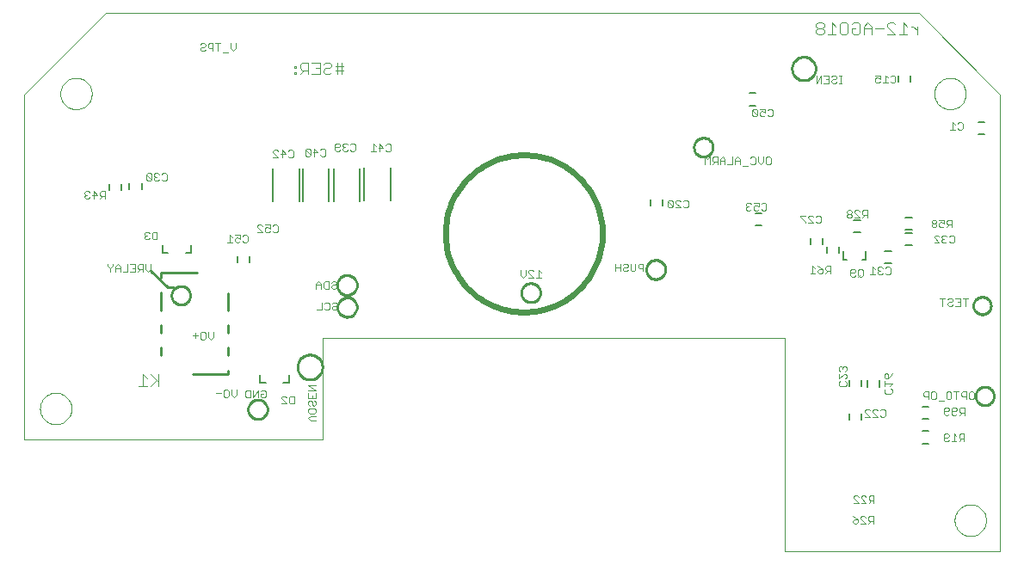
<source format=gbo>
G75*
G70*
%OFA0B0*%
%FSLAX24Y24*%
%IPPOS*%
%LPD*%
%AMOC8*
5,1,8,0,0,1.08239X$1,22.5*
%
%ADD10C,0.0000*%
%ADD11C,0.0040*%
%ADD12C,0.0030*%
%ADD13C,0.0100*%
%ADD14C,0.0240*%
%ADD15C,0.0060*%
%ADD16C,0.0080*%
D10*
X000180Y005173D02*
X011735Y005173D01*
X011735Y009110D01*
X029633Y009110D01*
X029633Y000843D01*
X037975Y000843D01*
X037975Y018559D01*
X034827Y021708D01*
X003329Y021708D01*
X000180Y018559D01*
X000180Y005173D01*
X000783Y006386D02*
X000785Y006435D01*
X000791Y006484D01*
X000801Y006532D01*
X000814Y006579D01*
X000832Y006625D01*
X000853Y006669D01*
X000877Y006712D01*
X000905Y006752D01*
X000936Y006791D01*
X000970Y006826D01*
X001007Y006859D01*
X001046Y006888D01*
X001088Y006914D01*
X001131Y006937D01*
X001177Y006956D01*
X001223Y006972D01*
X001271Y006984D01*
X001319Y006992D01*
X001368Y006996D01*
X001418Y006996D01*
X001467Y006992D01*
X001515Y006984D01*
X001563Y006972D01*
X001609Y006956D01*
X001655Y006937D01*
X001698Y006914D01*
X001740Y006888D01*
X001779Y006859D01*
X001816Y006826D01*
X001850Y006791D01*
X001881Y006752D01*
X001909Y006712D01*
X001933Y006669D01*
X001954Y006625D01*
X001972Y006579D01*
X001985Y006532D01*
X001995Y006484D01*
X002001Y006435D01*
X002003Y006386D01*
X002001Y006337D01*
X001995Y006288D01*
X001985Y006240D01*
X001972Y006193D01*
X001954Y006147D01*
X001933Y006103D01*
X001909Y006060D01*
X001881Y006020D01*
X001850Y005981D01*
X001816Y005946D01*
X001779Y005913D01*
X001740Y005884D01*
X001698Y005858D01*
X001655Y005835D01*
X001609Y005816D01*
X001563Y005800D01*
X001515Y005788D01*
X001467Y005780D01*
X001418Y005776D01*
X001368Y005776D01*
X001319Y005780D01*
X001271Y005788D01*
X001223Y005800D01*
X001177Y005816D01*
X001131Y005835D01*
X001088Y005858D01*
X001046Y005884D01*
X001007Y005913D01*
X000970Y005946D01*
X000936Y005981D01*
X000905Y006020D01*
X000877Y006060D01*
X000853Y006103D01*
X000832Y006147D01*
X000814Y006193D01*
X000801Y006240D01*
X000791Y006288D01*
X000785Y006337D01*
X000783Y006386D01*
X001570Y018591D02*
X001572Y018640D01*
X001578Y018689D01*
X001588Y018737D01*
X001601Y018784D01*
X001619Y018830D01*
X001640Y018874D01*
X001664Y018917D01*
X001692Y018957D01*
X001723Y018996D01*
X001757Y019031D01*
X001794Y019064D01*
X001833Y019093D01*
X001875Y019119D01*
X001918Y019142D01*
X001964Y019161D01*
X002010Y019177D01*
X002058Y019189D01*
X002106Y019197D01*
X002155Y019201D01*
X002205Y019201D01*
X002254Y019197D01*
X002302Y019189D01*
X002350Y019177D01*
X002396Y019161D01*
X002442Y019142D01*
X002485Y019119D01*
X002527Y019093D01*
X002566Y019064D01*
X002603Y019031D01*
X002637Y018996D01*
X002668Y018957D01*
X002696Y018917D01*
X002720Y018874D01*
X002741Y018830D01*
X002759Y018784D01*
X002772Y018737D01*
X002782Y018689D01*
X002788Y018640D01*
X002790Y018591D01*
X002788Y018542D01*
X002782Y018493D01*
X002772Y018445D01*
X002759Y018398D01*
X002741Y018352D01*
X002720Y018308D01*
X002696Y018265D01*
X002668Y018225D01*
X002637Y018186D01*
X002603Y018151D01*
X002566Y018118D01*
X002527Y018089D01*
X002485Y018063D01*
X002442Y018040D01*
X002396Y018021D01*
X002350Y018005D01*
X002302Y017993D01*
X002254Y017985D01*
X002205Y017981D01*
X002155Y017981D01*
X002106Y017985D01*
X002058Y017993D01*
X002010Y018005D01*
X001964Y018021D01*
X001918Y018040D01*
X001875Y018063D01*
X001833Y018089D01*
X001794Y018118D01*
X001757Y018151D01*
X001723Y018186D01*
X001692Y018225D01*
X001664Y018265D01*
X001640Y018308D01*
X001619Y018352D01*
X001601Y018398D01*
X001588Y018445D01*
X001578Y018493D01*
X001572Y018542D01*
X001570Y018591D01*
X035428Y018591D02*
X035430Y018640D01*
X035436Y018689D01*
X035446Y018737D01*
X035459Y018784D01*
X035477Y018830D01*
X035498Y018874D01*
X035522Y018917D01*
X035550Y018957D01*
X035581Y018996D01*
X035615Y019031D01*
X035652Y019064D01*
X035691Y019093D01*
X035733Y019119D01*
X035776Y019142D01*
X035822Y019161D01*
X035868Y019177D01*
X035916Y019189D01*
X035964Y019197D01*
X036013Y019201D01*
X036063Y019201D01*
X036112Y019197D01*
X036160Y019189D01*
X036208Y019177D01*
X036254Y019161D01*
X036300Y019142D01*
X036343Y019119D01*
X036385Y019093D01*
X036424Y019064D01*
X036461Y019031D01*
X036495Y018996D01*
X036526Y018957D01*
X036554Y018917D01*
X036578Y018874D01*
X036599Y018830D01*
X036617Y018784D01*
X036630Y018737D01*
X036640Y018689D01*
X036646Y018640D01*
X036648Y018591D01*
X036646Y018542D01*
X036640Y018493D01*
X036630Y018445D01*
X036617Y018398D01*
X036599Y018352D01*
X036578Y018308D01*
X036554Y018265D01*
X036526Y018225D01*
X036495Y018186D01*
X036461Y018151D01*
X036424Y018118D01*
X036385Y018089D01*
X036343Y018063D01*
X036300Y018040D01*
X036254Y018021D01*
X036208Y018005D01*
X036160Y017993D01*
X036112Y017985D01*
X036063Y017981D01*
X036013Y017981D01*
X035964Y017985D01*
X035916Y017993D01*
X035868Y018005D01*
X035822Y018021D01*
X035776Y018040D01*
X035733Y018063D01*
X035691Y018089D01*
X035652Y018118D01*
X035615Y018151D01*
X035581Y018186D01*
X035550Y018225D01*
X035522Y018265D01*
X035498Y018308D01*
X035477Y018352D01*
X035459Y018398D01*
X035446Y018445D01*
X035436Y018493D01*
X035430Y018542D01*
X035428Y018591D01*
X036216Y002055D02*
X036218Y002104D01*
X036224Y002153D01*
X036234Y002201D01*
X036247Y002248D01*
X036265Y002294D01*
X036286Y002338D01*
X036310Y002381D01*
X036338Y002421D01*
X036369Y002460D01*
X036403Y002495D01*
X036440Y002528D01*
X036479Y002557D01*
X036521Y002583D01*
X036564Y002606D01*
X036610Y002625D01*
X036656Y002641D01*
X036704Y002653D01*
X036752Y002661D01*
X036801Y002665D01*
X036851Y002665D01*
X036900Y002661D01*
X036948Y002653D01*
X036996Y002641D01*
X037042Y002625D01*
X037088Y002606D01*
X037131Y002583D01*
X037173Y002557D01*
X037212Y002528D01*
X037249Y002495D01*
X037283Y002460D01*
X037314Y002421D01*
X037342Y002381D01*
X037366Y002338D01*
X037387Y002294D01*
X037405Y002248D01*
X037418Y002201D01*
X037428Y002153D01*
X037434Y002104D01*
X037436Y002055D01*
X037434Y002006D01*
X037428Y001957D01*
X037418Y001909D01*
X037405Y001862D01*
X037387Y001816D01*
X037366Y001772D01*
X037342Y001729D01*
X037314Y001689D01*
X037283Y001650D01*
X037249Y001615D01*
X037212Y001582D01*
X037173Y001553D01*
X037131Y001527D01*
X037088Y001504D01*
X037042Y001485D01*
X036996Y001469D01*
X036948Y001457D01*
X036900Y001449D01*
X036851Y001445D01*
X036801Y001445D01*
X036752Y001449D01*
X036704Y001457D01*
X036656Y001469D01*
X036610Y001485D01*
X036564Y001504D01*
X036521Y001527D01*
X036479Y001553D01*
X036440Y001582D01*
X036403Y001615D01*
X036369Y001650D01*
X036338Y001689D01*
X036310Y001729D01*
X036286Y001772D01*
X036265Y001816D01*
X036247Y001862D01*
X036234Y001909D01*
X036224Y001957D01*
X036218Y002006D01*
X036216Y002055D01*
D11*
X012463Y019343D02*
X012463Y019804D01*
X012310Y019804D02*
X012310Y019343D01*
X012233Y019497D02*
X012540Y019497D01*
X012540Y019650D02*
X012310Y019650D01*
X012233Y019650D01*
X012080Y019650D02*
X012080Y019727D01*
X012003Y019804D01*
X011849Y019804D01*
X011773Y019727D01*
X011849Y019574D02*
X011773Y019497D01*
X011773Y019420D01*
X011849Y019343D01*
X012003Y019343D01*
X012080Y019420D01*
X012003Y019574D02*
X011849Y019574D01*
X012003Y019574D02*
X012080Y019650D01*
X011619Y019574D02*
X011466Y019574D01*
X011312Y019804D02*
X011619Y019804D01*
X011619Y019343D01*
X011312Y019343D01*
X011159Y019343D02*
X011159Y019804D01*
X010929Y019804D01*
X010852Y019727D01*
X010852Y019574D01*
X010929Y019497D01*
X011159Y019497D01*
X011005Y019497D02*
X010852Y019343D01*
X010698Y019343D02*
X010698Y019420D01*
X010622Y019420D01*
X010622Y019343D01*
X010698Y019343D01*
X010698Y019574D02*
X010622Y019574D01*
X010622Y019650D01*
X010698Y019650D01*
X010698Y019574D01*
X030847Y020970D02*
X030923Y020893D01*
X031077Y020893D01*
X031154Y020970D01*
X031154Y021047D01*
X031077Y021124D01*
X030923Y021124D01*
X030847Y021047D01*
X030847Y020970D01*
X030923Y021124D02*
X030847Y021200D01*
X030847Y021277D01*
X030923Y021354D01*
X031077Y021354D01*
X031154Y021277D01*
X031154Y021200D01*
X031077Y021124D01*
X031307Y020893D02*
X031614Y020893D01*
X031461Y020893D02*
X031461Y021354D01*
X031614Y021200D01*
X031767Y021277D02*
X031767Y020970D01*
X031844Y020893D01*
X031998Y020893D01*
X032074Y020970D01*
X032074Y021277D01*
X031998Y021354D01*
X031844Y021354D01*
X031767Y021277D01*
X032228Y021277D02*
X032305Y021354D01*
X032458Y021354D01*
X032535Y021277D01*
X032535Y020970D01*
X032458Y020893D01*
X032305Y020893D01*
X032228Y020970D01*
X032228Y021124D01*
X032381Y021124D01*
X032688Y021124D02*
X032995Y021124D01*
X032995Y021200D02*
X032842Y021354D01*
X032688Y021200D01*
X032688Y020893D01*
X032995Y020893D02*
X032995Y021200D01*
X033149Y021124D02*
X033456Y021124D01*
X033609Y021200D02*
X033916Y020893D01*
X033609Y020893D01*
X033609Y021200D02*
X033609Y021277D01*
X033686Y021354D01*
X033839Y021354D01*
X033916Y021277D01*
X034223Y021354D02*
X034223Y020893D01*
X034376Y020893D02*
X034069Y020893D01*
X034376Y021200D02*
X034223Y021354D01*
X034530Y021200D02*
X034607Y021200D01*
X034760Y021047D01*
X034760Y021200D02*
X034760Y020893D01*
X005381Y007724D02*
X005381Y007263D01*
X005381Y007417D02*
X005074Y007724D01*
X004920Y007570D02*
X004767Y007724D01*
X004767Y007263D01*
X004920Y007263D02*
X004613Y007263D01*
X005074Y007263D02*
X005304Y007494D01*
D12*
X007602Y006974D02*
X007796Y006974D01*
X007897Y007070D02*
X007897Y006877D01*
X007945Y006828D01*
X008042Y006828D01*
X008090Y006877D01*
X008090Y007070D01*
X008042Y007119D01*
X007945Y007119D01*
X007897Y007070D01*
X008192Y007119D02*
X008192Y006925D01*
X008288Y006828D01*
X008385Y006925D01*
X008385Y007119D01*
X008742Y007050D02*
X008742Y006857D01*
X008791Y006808D01*
X008936Y006808D01*
X008936Y007099D01*
X008791Y007099D01*
X008742Y007050D01*
X009037Y007099D02*
X009037Y006808D01*
X009230Y007099D01*
X009230Y006808D01*
X009332Y006857D02*
X009332Y006954D01*
X009428Y006954D01*
X009332Y007050D02*
X009380Y007099D01*
X009477Y007099D01*
X009525Y007050D01*
X009525Y006857D01*
X009477Y006808D01*
X009380Y006808D01*
X009332Y006857D01*
X010131Y006821D02*
X010131Y006772D01*
X010325Y006579D01*
X010131Y006579D01*
X010131Y006821D02*
X010179Y006869D01*
X010276Y006869D01*
X010325Y006821D01*
X010426Y006821D02*
X010474Y006869D01*
X010619Y006869D01*
X010619Y006579D01*
X010474Y006579D01*
X010426Y006627D01*
X010426Y006821D01*
X011175Y006792D02*
X011175Y006986D01*
X011175Y007087D02*
X011465Y007087D01*
X011175Y007281D01*
X011465Y007281D01*
X011465Y006986D02*
X011465Y006792D01*
X011175Y006792D01*
X011223Y006691D02*
X011175Y006643D01*
X011175Y006546D01*
X011223Y006498D01*
X011223Y006397D02*
X011417Y006397D01*
X011465Y006348D01*
X011465Y006251D01*
X011417Y006203D01*
X011223Y006203D01*
X011175Y006251D01*
X011175Y006348D01*
X011223Y006397D01*
X011368Y006498D02*
X011320Y006546D01*
X011320Y006643D01*
X011272Y006691D01*
X011223Y006691D01*
X011320Y006792D02*
X011320Y006889D01*
X011417Y006691D02*
X011465Y006643D01*
X011465Y006546D01*
X011417Y006498D01*
X011368Y006498D01*
X011272Y006102D02*
X011465Y006102D01*
X011272Y006102D02*
X011175Y006005D01*
X011272Y005908D01*
X011465Y005908D01*
X007485Y009165D02*
X007388Y009068D01*
X007292Y009165D01*
X007292Y009359D01*
X007190Y009310D02*
X007190Y009117D01*
X007142Y009068D01*
X007045Y009068D01*
X006997Y009117D01*
X006997Y009310D01*
X007045Y009359D01*
X007142Y009359D01*
X007190Y009310D01*
X007485Y009359D02*
X007485Y009165D01*
X006896Y009214D02*
X006702Y009214D01*
X006799Y009310D02*
X006799Y009117D01*
X004968Y011688D02*
X004872Y011785D01*
X004872Y011979D01*
X004770Y011979D02*
X004625Y011979D01*
X004577Y011930D01*
X004577Y011834D01*
X004625Y011785D01*
X004770Y011785D01*
X004674Y011785D02*
X004577Y011688D01*
X004476Y011688D02*
X004282Y011688D01*
X004181Y011688D02*
X004181Y011979D01*
X004282Y011979D02*
X004476Y011979D01*
X004476Y011688D01*
X004476Y011834D02*
X004379Y011834D01*
X004181Y011688D02*
X003988Y011688D01*
X003886Y011688D02*
X003886Y011882D01*
X003790Y011979D01*
X003693Y011882D01*
X003693Y011688D01*
X003693Y011834D02*
X003886Y011834D01*
X003592Y011930D02*
X003495Y011834D01*
X003495Y011688D01*
X003495Y011834D02*
X003398Y011930D01*
X003398Y011979D01*
X003592Y011979D02*
X003592Y011930D01*
X004770Y011979D02*
X004770Y011688D01*
X004968Y011688D02*
X005065Y011785D01*
X005065Y011979D01*
X004972Y012938D02*
X004875Y012938D01*
X004827Y012987D01*
X004827Y013035D01*
X004875Y013084D01*
X004924Y013084D01*
X004875Y013084D02*
X004827Y013132D01*
X004827Y013180D01*
X004875Y013229D01*
X004972Y013229D01*
X005020Y013180D01*
X005122Y013180D02*
X005170Y013229D01*
X005315Y013229D01*
X005315Y012938D01*
X005170Y012938D01*
X005122Y012987D01*
X005122Y013180D01*
X005020Y012987D02*
X004972Y012938D01*
X003300Y014523D02*
X003300Y014814D01*
X003155Y014814D01*
X003107Y014765D01*
X003107Y014669D01*
X003155Y014620D01*
X003300Y014620D01*
X003203Y014620D02*
X003107Y014523D01*
X003005Y014669D02*
X002860Y014814D01*
X002860Y014523D01*
X002812Y014669D02*
X003005Y014669D01*
X002711Y014765D02*
X002662Y014814D01*
X002566Y014814D01*
X002517Y014765D01*
X002517Y014717D01*
X002566Y014669D01*
X002517Y014620D01*
X002517Y014572D01*
X002566Y014523D01*
X002662Y014523D01*
X002711Y014572D01*
X002614Y014669D02*
X002566Y014669D01*
X004907Y015267D02*
X004956Y015218D01*
X005052Y015218D01*
X005101Y015267D01*
X004907Y015460D01*
X004907Y015267D01*
X004907Y015460D02*
X004956Y015509D01*
X005052Y015509D01*
X005101Y015460D01*
X005101Y015267D01*
X005202Y015267D02*
X005250Y015218D01*
X005347Y015218D01*
X005395Y015267D01*
X005497Y015267D02*
X005545Y015218D01*
X005642Y015218D01*
X005690Y015267D01*
X005690Y015460D01*
X005642Y015509D01*
X005545Y015509D01*
X005497Y015460D01*
X005395Y015460D02*
X005347Y015509D01*
X005250Y015509D01*
X005202Y015460D01*
X005202Y015412D01*
X005250Y015364D01*
X005202Y015315D01*
X005202Y015267D01*
X005250Y015364D02*
X005299Y015364D01*
X008139Y013114D02*
X008139Y012823D01*
X008236Y012823D02*
X008042Y012823D01*
X008236Y013017D02*
X008139Y013114D01*
X008337Y013114D02*
X008530Y013114D01*
X008530Y012969D01*
X008434Y013017D01*
X008385Y013017D01*
X008337Y012969D01*
X008337Y012872D01*
X008385Y012823D01*
X008482Y012823D01*
X008530Y012872D01*
X008632Y012872D02*
X008680Y012823D01*
X008777Y012823D01*
X008825Y012872D01*
X008825Y013065D01*
X008777Y013114D01*
X008680Y013114D01*
X008632Y013065D01*
X009202Y013218D02*
X009396Y013218D01*
X009202Y013412D01*
X009202Y013460D01*
X009251Y013509D01*
X009347Y013509D01*
X009396Y013460D01*
X009497Y013509D02*
X009690Y013509D01*
X009690Y013364D01*
X009594Y013412D01*
X009545Y013412D01*
X009497Y013364D01*
X009497Y013267D01*
X009545Y013218D01*
X009642Y013218D01*
X009690Y013267D01*
X009792Y013267D02*
X009840Y013218D01*
X009937Y013218D01*
X009985Y013267D01*
X009985Y013460D01*
X009937Y013509D01*
X009840Y013509D01*
X009792Y013460D01*
X011579Y011319D02*
X011482Y011222D01*
X011482Y011028D01*
X011482Y011174D02*
X011676Y011174D01*
X011676Y011222D02*
X011579Y011319D01*
X011676Y011222D02*
X011676Y011028D01*
X011777Y011077D02*
X011777Y011270D01*
X011825Y011319D01*
X011970Y011319D01*
X011970Y011028D01*
X011825Y011028D01*
X011777Y011077D01*
X012072Y011077D02*
X012120Y011028D01*
X012217Y011028D01*
X012265Y011077D01*
X012217Y011174D02*
X012120Y011174D01*
X012072Y011125D01*
X012072Y011077D01*
X012217Y011174D02*
X012265Y011222D01*
X012265Y011270D01*
X012217Y011319D01*
X012120Y011319D01*
X012072Y011270D01*
X012140Y010499D02*
X012237Y010499D01*
X012285Y010450D01*
X012285Y010402D01*
X012237Y010354D01*
X012140Y010354D01*
X012092Y010305D01*
X012092Y010257D01*
X012140Y010208D01*
X012237Y010208D01*
X012285Y010257D01*
X012092Y010450D02*
X012140Y010499D01*
X011990Y010450D02*
X011990Y010257D01*
X011942Y010208D01*
X011845Y010208D01*
X011797Y010257D01*
X011696Y010208D02*
X011502Y010208D01*
X011696Y010208D02*
X011696Y010499D01*
X011797Y010450D02*
X011845Y010499D01*
X011942Y010499D01*
X011990Y010450D01*
X019402Y011565D02*
X019402Y011759D01*
X019596Y011759D02*
X019596Y011565D01*
X019499Y011468D01*
X019402Y011565D01*
X019697Y011468D02*
X019890Y011468D01*
X019697Y011662D01*
X019697Y011710D01*
X019745Y011759D01*
X019842Y011759D01*
X019890Y011710D01*
X020088Y011759D02*
X020088Y011468D01*
X019992Y011468D02*
X020185Y011468D01*
X020185Y011662D02*
X020088Y011759D01*
X023068Y011708D02*
X023068Y011999D01*
X023068Y011854D02*
X023261Y011854D01*
X023362Y011805D02*
X023362Y011757D01*
X023411Y011708D01*
X023507Y011708D01*
X023556Y011757D01*
X023657Y011757D02*
X023657Y011999D01*
X023556Y011950D02*
X023556Y011902D01*
X023507Y011854D01*
X023411Y011854D01*
X023362Y011805D01*
X023261Y011708D02*
X023261Y011999D01*
X023362Y011950D02*
X023411Y011999D01*
X023507Y011999D01*
X023556Y011950D01*
X023657Y011757D02*
X023705Y011708D01*
X023802Y011708D01*
X023850Y011757D01*
X023850Y011999D01*
X023952Y011950D02*
X023952Y011854D01*
X024000Y011805D01*
X024145Y011805D01*
X024145Y011708D02*
X024145Y011999D01*
X024000Y011999D01*
X023952Y011950D01*
X025151Y014173D02*
X025247Y014173D01*
X025296Y014222D01*
X025102Y014415D01*
X025102Y014222D01*
X025151Y014173D01*
X025296Y014222D02*
X025296Y014415D01*
X025247Y014464D01*
X025151Y014464D01*
X025102Y014415D01*
X025397Y014415D02*
X025445Y014464D01*
X025542Y014464D01*
X025590Y014415D01*
X025692Y014415D02*
X025740Y014464D01*
X025837Y014464D01*
X025885Y014415D01*
X025885Y014222D01*
X025837Y014173D01*
X025740Y014173D01*
X025692Y014222D01*
X025590Y014173D02*
X025397Y014367D01*
X025397Y014415D01*
X025397Y014173D02*
X025590Y014173D01*
X028132Y014160D02*
X028132Y014112D01*
X028181Y014063D01*
X028277Y014063D01*
X028326Y014112D01*
X028427Y014112D02*
X028475Y014063D01*
X028572Y014063D01*
X028620Y014112D01*
X028620Y014209D02*
X028524Y014257D01*
X028475Y014257D01*
X028427Y014209D01*
X028427Y014112D01*
X028620Y014209D02*
X028620Y014354D01*
X028427Y014354D01*
X028326Y014305D02*
X028277Y014354D01*
X028181Y014354D01*
X028132Y014305D01*
X028132Y014257D01*
X028181Y014209D01*
X028132Y014160D01*
X028181Y014209D02*
X028229Y014209D01*
X028722Y014305D02*
X028770Y014354D01*
X028867Y014354D01*
X028915Y014305D01*
X028915Y014112D01*
X028867Y014063D01*
X028770Y014063D01*
X028722Y014112D01*
X030247Y013869D02*
X030247Y013820D01*
X030441Y013627D01*
X030441Y013578D01*
X030542Y013578D02*
X030735Y013578D01*
X030542Y013772D01*
X030542Y013820D01*
X030590Y013869D01*
X030687Y013869D01*
X030735Y013820D01*
X030837Y013820D02*
X030885Y013869D01*
X030982Y013869D01*
X031030Y013820D01*
X031030Y013627D01*
X030982Y013578D01*
X030885Y013578D01*
X030837Y013627D01*
X030441Y013869D02*
X030247Y013869D01*
X032037Y013880D02*
X032037Y013832D01*
X032086Y013783D01*
X032182Y013783D01*
X032231Y013832D01*
X032231Y013880D01*
X032182Y013929D01*
X032086Y013929D01*
X032037Y013880D01*
X032086Y013929D02*
X032037Y013977D01*
X032037Y014025D01*
X032086Y014074D01*
X032182Y014074D01*
X032231Y014025D01*
X032231Y013977D01*
X032182Y013929D01*
X032332Y013977D02*
X032332Y014025D01*
X032380Y014074D01*
X032477Y014074D01*
X032525Y014025D01*
X032627Y014025D02*
X032627Y013929D01*
X032675Y013880D01*
X032820Y013880D01*
X032820Y013783D02*
X032820Y014074D01*
X032675Y014074D01*
X032627Y014025D01*
X032723Y013880D02*
X032627Y013783D01*
X032525Y013783D02*
X032332Y013977D01*
X032332Y013783D02*
X032525Y013783D01*
X035321Y013655D02*
X035321Y013607D01*
X035370Y013559D01*
X035466Y013559D01*
X035515Y013607D01*
X035515Y013655D01*
X035466Y013704D01*
X035370Y013704D01*
X035321Y013655D01*
X035370Y013559D02*
X035321Y013510D01*
X035321Y013462D01*
X035370Y013413D01*
X035466Y013413D01*
X035515Y013462D01*
X035515Y013510D01*
X035466Y013559D01*
X035616Y013559D02*
X035664Y013607D01*
X035713Y013607D01*
X035809Y013559D01*
X035809Y013704D01*
X035616Y013704D01*
X035616Y013559D02*
X035616Y013462D01*
X035664Y013413D01*
X035761Y013413D01*
X035809Y013462D01*
X035910Y013413D02*
X036007Y013510D01*
X035959Y013510D02*
X036104Y013510D01*
X036104Y013413D02*
X036104Y013704D01*
X035959Y013704D01*
X035910Y013655D01*
X035910Y013559D01*
X035959Y013510D01*
X035861Y013104D02*
X035764Y013104D01*
X035716Y013055D01*
X035716Y013007D01*
X035764Y012959D01*
X035716Y012910D01*
X035716Y012862D01*
X035764Y012813D01*
X035861Y012813D01*
X035909Y012862D01*
X036010Y012862D02*
X036059Y012813D01*
X036156Y012813D01*
X036204Y012862D01*
X036204Y013055D01*
X036156Y013104D01*
X036059Y013104D01*
X036010Y013055D01*
X035909Y013055D02*
X035861Y013104D01*
X035813Y012959D02*
X035764Y012959D01*
X035615Y013055D02*
X035566Y013104D01*
X035470Y013104D01*
X035421Y013055D01*
X035421Y013007D01*
X035615Y012813D01*
X035421Y012813D01*
X033720Y011825D02*
X033672Y011874D01*
X033575Y011874D01*
X033527Y011825D01*
X033425Y011825D02*
X033377Y011874D01*
X033280Y011874D01*
X033232Y011825D01*
X033232Y011777D01*
X033280Y011729D01*
X033232Y011680D01*
X033232Y011632D01*
X033280Y011583D01*
X033377Y011583D01*
X033425Y011632D01*
X033527Y011632D02*
X033575Y011583D01*
X033672Y011583D01*
X033720Y011632D01*
X033720Y011825D01*
X033329Y011729D02*
X033280Y011729D01*
X033131Y011777D02*
X033034Y011874D01*
X033034Y011583D01*
X033131Y011583D02*
X032937Y011583D01*
X032666Y011547D02*
X032666Y011741D01*
X032618Y011789D01*
X032521Y011789D01*
X032473Y011741D01*
X032473Y011547D01*
X032521Y011499D01*
X032618Y011499D01*
X032666Y011547D01*
X032569Y011596D02*
X032473Y011499D01*
X032372Y011547D02*
X032323Y011499D01*
X032226Y011499D01*
X032178Y011547D01*
X032178Y011741D01*
X032226Y011789D01*
X032323Y011789D01*
X032372Y011741D01*
X032372Y011693D01*
X032323Y011644D01*
X032178Y011644D01*
X031404Y011628D02*
X031404Y011919D01*
X031259Y011919D01*
X031210Y011870D01*
X031210Y011774D01*
X031259Y011725D01*
X031404Y011725D01*
X031307Y011725D02*
X031210Y011628D01*
X031109Y011677D02*
X031061Y011628D01*
X030964Y011628D01*
X030916Y011677D01*
X030916Y011725D01*
X030964Y011774D01*
X031109Y011774D01*
X031109Y011677D01*
X031109Y011774D02*
X031013Y011870D01*
X030916Y011919D01*
X030815Y011822D02*
X030718Y011919D01*
X030718Y011628D01*
X030815Y011628D02*
X030621Y011628D01*
X035648Y010659D02*
X035841Y010659D01*
X035744Y010659D02*
X035744Y010368D01*
X035942Y010417D02*
X035991Y010368D01*
X036087Y010368D01*
X036136Y010417D01*
X036087Y010514D02*
X035991Y010514D01*
X035942Y010465D01*
X035942Y010417D01*
X036087Y010514D02*
X036136Y010562D01*
X036136Y010610D01*
X036087Y010659D01*
X035991Y010659D01*
X035942Y010610D01*
X036237Y010659D02*
X036430Y010659D01*
X036430Y010368D01*
X036237Y010368D01*
X036334Y010514D02*
X036430Y010514D01*
X036532Y010659D02*
X036725Y010659D01*
X036628Y010659D02*
X036628Y010368D01*
X033790Y007747D02*
X033742Y007651D01*
X033645Y007554D01*
X033645Y007699D01*
X033597Y007747D01*
X033548Y007747D01*
X033500Y007699D01*
X033500Y007602D01*
X033548Y007554D01*
X033645Y007554D01*
X033500Y007453D02*
X033500Y007259D01*
X033500Y007356D02*
X033790Y007356D01*
X033693Y007259D01*
X033742Y007158D02*
X033790Y007110D01*
X033790Y007013D01*
X033742Y006965D01*
X033548Y006965D01*
X033500Y007013D01*
X033500Y007110D01*
X033548Y007158D01*
X033477Y006359D02*
X033525Y006310D01*
X033525Y006117D01*
X033477Y006068D01*
X033380Y006068D01*
X033332Y006117D01*
X033230Y006068D02*
X033037Y006262D01*
X033037Y006310D01*
X033085Y006359D01*
X033182Y006359D01*
X033230Y006310D01*
X033332Y006310D02*
X033380Y006359D01*
X033477Y006359D01*
X032936Y006310D02*
X032887Y006359D01*
X032791Y006359D01*
X032742Y006310D01*
X032742Y006262D01*
X032936Y006068D01*
X032742Y006068D01*
X033037Y006068D02*
X033230Y006068D01*
X035004Y006894D02*
X035052Y006845D01*
X035197Y006845D01*
X035197Y006748D02*
X035197Y007039D01*
X035052Y007039D01*
X035004Y006990D01*
X035004Y006894D01*
X035298Y006990D02*
X035347Y007039D01*
X035443Y007039D01*
X035492Y006990D01*
X035492Y006797D01*
X035443Y006748D01*
X035347Y006748D01*
X035298Y006797D01*
X035298Y006990D01*
X035593Y006700D02*
X035786Y006700D01*
X035888Y006797D02*
X035888Y006990D01*
X035936Y007039D01*
X036033Y007039D01*
X036081Y006990D01*
X036081Y006797D01*
X036033Y006748D01*
X035936Y006748D01*
X035888Y006797D01*
X036182Y007039D02*
X036376Y007039D01*
X036279Y007039D02*
X036279Y006748D01*
X036477Y006894D02*
X036525Y006845D01*
X036670Y006845D01*
X036670Y006748D02*
X036670Y007039D01*
X036525Y007039D01*
X036477Y006990D01*
X036477Y006894D01*
X036772Y006990D02*
X036820Y007039D01*
X036917Y007039D01*
X036965Y006990D01*
X036965Y006797D01*
X036917Y006748D01*
X036820Y006748D01*
X036772Y006797D01*
X036772Y006990D01*
X036589Y006424D02*
X036444Y006424D01*
X036395Y006375D01*
X036395Y006279D01*
X036444Y006230D01*
X036589Y006230D01*
X036589Y006133D02*
X036589Y006424D01*
X036492Y006230D02*
X036395Y006133D01*
X036294Y006182D02*
X036246Y006133D01*
X036149Y006133D01*
X036101Y006182D01*
X036101Y006375D01*
X036149Y006424D01*
X036246Y006424D01*
X036294Y006375D01*
X036294Y006327D01*
X036246Y006279D01*
X036101Y006279D01*
X036000Y006327D02*
X035951Y006279D01*
X035806Y006279D01*
X035806Y006375D02*
X035806Y006182D01*
X035855Y006133D01*
X035951Y006133D01*
X036000Y006182D01*
X036000Y006327D02*
X036000Y006375D01*
X035951Y006424D01*
X035855Y006424D01*
X035806Y006375D01*
X035845Y005409D02*
X035941Y005409D01*
X035990Y005360D01*
X035990Y005312D01*
X035941Y005264D01*
X035796Y005264D01*
X035796Y005360D02*
X035845Y005409D01*
X035796Y005360D02*
X035796Y005167D01*
X035845Y005118D01*
X035941Y005118D01*
X035990Y005167D01*
X036091Y005118D02*
X036284Y005118D01*
X036188Y005118D02*
X036188Y005409D01*
X036284Y005312D01*
X036385Y005360D02*
X036385Y005264D01*
X036434Y005215D01*
X036579Y005215D01*
X036579Y005118D02*
X036579Y005409D01*
X036434Y005409D01*
X036385Y005360D01*
X036482Y005215D02*
X036385Y005118D01*
X033079Y003019D02*
X032934Y003019D01*
X032885Y002970D01*
X032885Y002874D01*
X032934Y002825D01*
X033079Y002825D01*
X033079Y002728D02*
X033079Y003019D01*
X032982Y002825D02*
X032885Y002728D01*
X032784Y002728D02*
X032591Y002922D01*
X032591Y002970D01*
X032639Y003019D01*
X032736Y003019D01*
X032784Y002970D01*
X032784Y002728D02*
X032591Y002728D01*
X032490Y002728D02*
X032296Y002922D01*
X032296Y002970D01*
X032345Y003019D01*
X032441Y003019D01*
X032490Y002970D01*
X032490Y002728D02*
X032296Y002728D01*
X032271Y002219D02*
X032368Y002170D01*
X032465Y002074D01*
X032320Y002074D01*
X032271Y002025D01*
X032271Y001977D01*
X032320Y001928D01*
X032416Y001928D01*
X032465Y001977D01*
X032465Y002074D01*
X032566Y002122D02*
X032566Y002170D01*
X032614Y002219D01*
X032711Y002219D01*
X032759Y002170D01*
X032860Y002170D02*
X032909Y002219D01*
X033054Y002219D01*
X033054Y001928D01*
X033054Y002025D02*
X032909Y002025D01*
X032860Y002074D01*
X032860Y002170D01*
X032957Y002025D02*
X032860Y001928D01*
X032759Y001928D02*
X032566Y002122D01*
X032566Y001928D02*
X032759Y001928D01*
X031972Y007245D02*
X031778Y007245D01*
X031730Y007293D01*
X031730Y007390D01*
X031778Y007438D01*
X031730Y007539D02*
X031923Y007733D01*
X031972Y007733D01*
X032020Y007684D01*
X032020Y007588D01*
X031972Y007539D01*
X031972Y007438D02*
X032020Y007390D01*
X032020Y007293D01*
X031972Y007245D01*
X031730Y007539D02*
X031730Y007733D01*
X031778Y007834D02*
X031730Y007882D01*
X031730Y007979D01*
X031778Y008027D01*
X031827Y008027D01*
X031875Y007979D01*
X031875Y007931D01*
X031875Y007979D02*
X031923Y008027D01*
X031972Y008027D01*
X032020Y007979D01*
X032020Y007882D01*
X031972Y007834D01*
X029037Y015848D02*
X028940Y015848D01*
X028892Y015897D01*
X028892Y016090D01*
X028940Y016139D01*
X029037Y016139D01*
X029085Y016090D01*
X029085Y015897D01*
X029037Y015848D01*
X028790Y015945D02*
X028790Y016139D01*
X028597Y016139D02*
X028597Y015945D01*
X028694Y015848D01*
X028790Y015945D01*
X028496Y015897D02*
X028496Y016090D01*
X028447Y016139D01*
X028351Y016139D01*
X028302Y016090D01*
X028302Y015897D02*
X028351Y015848D01*
X028447Y015848D01*
X028496Y015897D01*
X028201Y015800D02*
X028008Y015800D01*
X027906Y015848D02*
X027906Y016042D01*
X027810Y016139D01*
X027713Y016042D01*
X027713Y015848D01*
X027612Y015848D02*
X027418Y015848D01*
X027317Y015848D02*
X027317Y016042D01*
X027220Y016139D01*
X027124Y016042D01*
X027124Y015848D01*
X027022Y015848D02*
X027022Y016139D01*
X026877Y016139D01*
X026829Y016090D01*
X026829Y015994D01*
X026877Y015945D01*
X027022Y015945D01*
X026926Y015945D02*
X026829Y015848D01*
X026728Y015848D02*
X026728Y016139D01*
X026631Y016042D01*
X026534Y016139D01*
X026534Y015848D01*
X027124Y015994D02*
X027317Y015994D01*
X027612Y016139D02*
X027612Y015848D01*
X027713Y015994D02*
X027906Y015994D01*
X028431Y017713D02*
X028527Y017713D01*
X028576Y017762D01*
X028382Y017955D01*
X028382Y017762D01*
X028431Y017713D01*
X028576Y017762D02*
X028576Y017955D01*
X028527Y018004D01*
X028431Y018004D01*
X028382Y017955D01*
X028677Y018004D02*
X028870Y018004D01*
X028870Y017859D01*
X028774Y017907D01*
X028725Y017907D01*
X028677Y017859D01*
X028677Y017762D01*
X028725Y017713D01*
X028822Y017713D01*
X028870Y017762D01*
X028972Y017762D02*
X029020Y017713D01*
X029117Y017713D01*
X029165Y017762D01*
X029165Y017955D01*
X029117Y018004D01*
X029020Y018004D01*
X028972Y017955D01*
X030856Y018998D02*
X030856Y019289D01*
X031049Y019289D02*
X030856Y018998D01*
X031049Y018998D02*
X031049Y019289D01*
X031150Y019289D02*
X031344Y019289D01*
X031344Y018998D01*
X031150Y018998D01*
X031247Y019144D02*
X031344Y019144D01*
X031445Y019095D02*
X031445Y019047D01*
X031493Y018998D01*
X031590Y018998D01*
X031639Y019047D01*
X031590Y019144D02*
X031493Y019144D01*
X031445Y019095D01*
X031445Y019240D02*
X031493Y019289D01*
X031590Y019289D01*
X031639Y019240D01*
X031639Y019192D01*
X031590Y019144D01*
X031738Y019289D02*
X031835Y019289D01*
X031787Y019289D02*
X031787Y018998D01*
X031835Y018998D02*
X031738Y018998D01*
X033132Y019062D02*
X033181Y019013D01*
X033277Y019013D01*
X033326Y019062D01*
X033326Y019159D02*
X033229Y019207D01*
X033181Y019207D01*
X033132Y019159D01*
X033132Y019062D01*
X033326Y019159D02*
X033326Y019304D01*
X033132Y019304D01*
X033524Y019304D02*
X033524Y019013D01*
X033620Y019013D02*
X033427Y019013D01*
X033620Y019207D02*
X033524Y019304D01*
X033722Y019255D02*
X033770Y019304D01*
X033867Y019304D01*
X033915Y019255D01*
X033915Y019062D01*
X033867Y019013D01*
X033770Y019013D01*
X033722Y019062D01*
X036134Y017484D02*
X036134Y017193D01*
X036230Y017193D02*
X036037Y017193D01*
X036230Y017387D02*
X036134Y017484D01*
X036332Y017435D02*
X036380Y017484D01*
X036477Y017484D01*
X036525Y017435D01*
X036525Y017242D01*
X036477Y017193D01*
X036380Y017193D01*
X036332Y017242D01*
X014375Y016597D02*
X014375Y016404D01*
X014327Y016355D01*
X014230Y016355D01*
X014181Y016404D01*
X014080Y016500D02*
X013887Y016500D01*
X013786Y016549D02*
X013689Y016646D01*
X013689Y016355D01*
X013786Y016355D02*
X013592Y016355D01*
X013935Y016355D02*
X013935Y016646D01*
X014080Y016500D01*
X014181Y016597D02*
X014230Y016646D01*
X014327Y016646D01*
X014375Y016597D01*
X012995Y016612D02*
X012995Y016419D01*
X012947Y016370D01*
X012850Y016370D01*
X012801Y016419D01*
X012700Y016419D02*
X012652Y016370D01*
X012555Y016370D01*
X012507Y016419D01*
X012507Y016467D01*
X012555Y016515D01*
X012604Y016515D01*
X012555Y016515D02*
X012507Y016564D01*
X012507Y016612D01*
X012555Y016661D01*
X012652Y016661D01*
X012700Y016612D01*
X012801Y016612D02*
X012850Y016661D01*
X012947Y016661D01*
X012995Y016612D01*
X012406Y016612D02*
X012406Y016564D01*
X012357Y016515D01*
X012212Y016515D01*
X012212Y016419D02*
X012212Y016612D01*
X012261Y016661D01*
X012357Y016661D01*
X012406Y016612D01*
X012406Y016419D02*
X012357Y016370D01*
X012261Y016370D01*
X012212Y016419D01*
X011845Y016412D02*
X011845Y016219D01*
X011797Y016170D01*
X011700Y016170D01*
X011651Y016219D01*
X011550Y016315D02*
X011357Y016315D01*
X011256Y016219D02*
X011062Y016412D01*
X011062Y016219D01*
X011111Y016170D01*
X011207Y016170D01*
X011256Y016219D01*
X011256Y016412D01*
X011207Y016461D01*
X011111Y016461D01*
X011062Y016412D01*
X011405Y016461D02*
X011405Y016170D01*
X011550Y016315D02*
X011405Y016461D01*
X011651Y016412D02*
X011700Y016461D01*
X011797Y016461D01*
X011845Y016412D01*
X010595Y016362D02*
X010595Y016169D01*
X010547Y016120D01*
X010450Y016120D01*
X010401Y016169D01*
X010300Y016265D02*
X010107Y016265D01*
X010006Y016362D02*
X009957Y016411D01*
X009861Y016411D01*
X009812Y016362D01*
X009812Y016314D01*
X010006Y016120D01*
X009812Y016120D01*
X010155Y016120D02*
X010155Y016411D01*
X010300Y016265D01*
X010401Y016362D02*
X010450Y016411D01*
X010547Y016411D01*
X010595Y016362D01*
X008268Y020248D02*
X008172Y020345D01*
X008172Y020539D01*
X008365Y020539D02*
X008365Y020345D01*
X008268Y020248D01*
X008070Y020200D02*
X007877Y020200D01*
X007679Y020248D02*
X007679Y020539D01*
X007776Y020539D02*
X007582Y020539D01*
X007481Y020539D02*
X007336Y020539D01*
X007288Y020490D01*
X007288Y020394D01*
X007336Y020345D01*
X007481Y020345D01*
X007481Y020248D02*
X007481Y020539D01*
X007186Y020490D02*
X007186Y020442D01*
X007138Y020394D01*
X007041Y020394D01*
X006993Y020345D01*
X006993Y020297D01*
X007041Y020248D01*
X007138Y020248D01*
X007186Y020297D01*
X007186Y020490D02*
X007138Y020539D01*
X007041Y020539D01*
X006993Y020490D01*
D13*
X006859Y011642D02*
X005481Y011642D01*
X005481Y011445D01*
X005720Y011073D02*
X005060Y011733D01*
X005720Y011073D02*
X005960Y011073D01*
X005879Y010773D02*
X005881Y010811D01*
X005887Y010848D01*
X005897Y010885D01*
X005910Y010920D01*
X005927Y010953D01*
X005948Y010985D01*
X005972Y011015D01*
X005998Y011041D01*
X006028Y011065D01*
X006059Y011086D01*
X006093Y011103D01*
X006128Y011116D01*
X006165Y011126D01*
X006202Y011132D01*
X006240Y011134D01*
X006278Y011132D01*
X006315Y011126D01*
X006352Y011116D01*
X006387Y011103D01*
X006420Y011086D01*
X006452Y011065D01*
X006482Y011041D01*
X006508Y011015D01*
X006532Y010985D01*
X006553Y010954D01*
X006570Y010920D01*
X006583Y010885D01*
X006593Y010848D01*
X006599Y010811D01*
X006601Y010773D01*
X006599Y010735D01*
X006593Y010698D01*
X006583Y010661D01*
X006570Y010626D01*
X006553Y010593D01*
X006532Y010561D01*
X006508Y010531D01*
X006482Y010505D01*
X006452Y010481D01*
X006421Y010460D01*
X006387Y010443D01*
X006352Y010430D01*
X006315Y010420D01*
X006278Y010414D01*
X006240Y010412D01*
X006202Y010414D01*
X006165Y010420D01*
X006128Y010430D01*
X006093Y010443D01*
X006060Y010460D01*
X006028Y010481D01*
X005998Y010505D01*
X005972Y010531D01*
X005948Y010561D01*
X005927Y010592D01*
X005910Y010626D01*
X005897Y010661D01*
X005887Y010698D01*
X005881Y010735D01*
X005879Y010773D01*
X005481Y010894D02*
X005481Y010185D01*
X005481Y009634D02*
X005481Y009319D01*
X005481Y008768D02*
X005481Y008453D01*
X006701Y007705D02*
X008079Y007705D01*
X008079Y007862D01*
X008079Y008453D02*
X008079Y008768D01*
X008079Y009319D02*
X008079Y009634D01*
X008079Y010185D02*
X008079Y010855D01*
X012295Y011173D02*
X012297Y011212D01*
X012303Y011250D01*
X012313Y011288D01*
X012326Y011325D01*
X012343Y011360D01*
X012364Y011393D01*
X012388Y011424D01*
X012415Y011452D01*
X012444Y011477D01*
X012476Y011500D01*
X012510Y011519D01*
X012546Y011534D01*
X012583Y011546D01*
X012622Y011554D01*
X012661Y011558D01*
X012699Y011558D01*
X012738Y011554D01*
X012777Y011546D01*
X012814Y011534D01*
X012850Y011519D01*
X012884Y011500D01*
X012916Y011477D01*
X012945Y011452D01*
X012972Y011424D01*
X012996Y011393D01*
X013017Y011360D01*
X013034Y011325D01*
X013047Y011288D01*
X013057Y011250D01*
X013063Y011212D01*
X013065Y011173D01*
X013063Y011134D01*
X013057Y011096D01*
X013047Y011058D01*
X013034Y011021D01*
X013017Y010986D01*
X012996Y010953D01*
X012972Y010922D01*
X012945Y010894D01*
X012916Y010869D01*
X012884Y010846D01*
X012850Y010827D01*
X012814Y010812D01*
X012777Y010800D01*
X012738Y010792D01*
X012699Y010788D01*
X012661Y010788D01*
X012622Y010792D01*
X012583Y010800D01*
X012546Y010812D01*
X012510Y010827D01*
X012476Y010846D01*
X012444Y010869D01*
X012415Y010894D01*
X012388Y010922D01*
X012364Y010953D01*
X012343Y010986D01*
X012326Y011021D01*
X012313Y011058D01*
X012303Y011096D01*
X012297Y011134D01*
X012295Y011173D01*
X012304Y010313D02*
X012306Y010352D01*
X012312Y010390D01*
X012322Y010427D01*
X012335Y010464D01*
X012353Y010498D01*
X012374Y010531D01*
X012398Y010561D01*
X012425Y010589D01*
X012454Y010614D01*
X012486Y010635D01*
X012521Y010654D01*
X012556Y010668D01*
X012594Y010679D01*
X012632Y010686D01*
X012670Y010689D01*
X012709Y010688D01*
X012747Y010683D01*
X012785Y010674D01*
X012822Y010661D01*
X012857Y010645D01*
X012890Y010625D01*
X012921Y010602D01*
X012949Y010575D01*
X012975Y010546D01*
X012997Y010515D01*
X013016Y010481D01*
X013032Y010446D01*
X013044Y010409D01*
X013052Y010371D01*
X013056Y010332D01*
X013056Y010294D01*
X013052Y010255D01*
X013044Y010217D01*
X013032Y010180D01*
X013016Y010145D01*
X012997Y010111D01*
X012975Y010080D01*
X012949Y010051D01*
X012921Y010024D01*
X012890Y010001D01*
X012857Y009981D01*
X012822Y009965D01*
X012785Y009952D01*
X012747Y009943D01*
X012709Y009938D01*
X012670Y009937D01*
X012632Y009940D01*
X012594Y009947D01*
X012556Y009958D01*
X012521Y009972D01*
X012486Y009991D01*
X012454Y010012D01*
X012425Y010037D01*
X012398Y010065D01*
X012374Y010095D01*
X012353Y010128D01*
X012335Y010162D01*
X012322Y010199D01*
X012312Y010236D01*
X012306Y010274D01*
X012304Y010313D01*
X010758Y007993D02*
X010760Y008036D01*
X010766Y008079D01*
X010775Y008121D01*
X010789Y008162D01*
X010806Y008202D01*
X010826Y008240D01*
X010850Y008276D01*
X010877Y008310D01*
X010907Y008341D01*
X010939Y008370D01*
X010974Y008395D01*
X011012Y008417D01*
X011051Y008436D01*
X011091Y008451D01*
X011133Y008463D01*
X011175Y008471D01*
X011218Y008475D01*
X011262Y008475D01*
X011305Y008471D01*
X011347Y008463D01*
X011389Y008451D01*
X011429Y008436D01*
X011468Y008417D01*
X011506Y008395D01*
X011541Y008370D01*
X011573Y008341D01*
X011603Y008310D01*
X011630Y008276D01*
X011654Y008240D01*
X011674Y008202D01*
X011691Y008162D01*
X011705Y008121D01*
X011714Y008079D01*
X011720Y008036D01*
X011722Y007993D01*
X011720Y007950D01*
X011714Y007907D01*
X011705Y007865D01*
X011691Y007824D01*
X011674Y007784D01*
X011654Y007746D01*
X011630Y007710D01*
X011603Y007676D01*
X011573Y007645D01*
X011541Y007616D01*
X011506Y007591D01*
X011468Y007569D01*
X011429Y007550D01*
X011389Y007535D01*
X011347Y007523D01*
X011305Y007515D01*
X011262Y007511D01*
X011218Y007511D01*
X011175Y007515D01*
X011133Y007523D01*
X011091Y007535D01*
X011051Y007550D01*
X011012Y007569D01*
X010974Y007591D01*
X010939Y007616D01*
X010907Y007645D01*
X010877Y007676D01*
X010850Y007710D01*
X010826Y007746D01*
X010806Y007784D01*
X010789Y007824D01*
X010775Y007865D01*
X010766Y007907D01*
X010760Y007950D01*
X010758Y007993D01*
X008843Y006353D02*
X008845Y006391D01*
X008851Y006429D01*
X008860Y006466D01*
X008874Y006502D01*
X008890Y006536D01*
X008911Y006568D01*
X008934Y006599D01*
X008960Y006626D01*
X008989Y006651D01*
X009021Y006673D01*
X009054Y006691D01*
X009089Y006707D01*
X009126Y006718D01*
X009163Y006726D01*
X009201Y006730D01*
X009239Y006730D01*
X009277Y006726D01*
X009314Y006718D01*
X009351Y006707D01*
X009386Y006691D01*
X009419Y006673D01*
X009451Y006651D01*
X009480Y006626D01*
X009506Y006599D01*
X009529Y006568D01*
X009550Y006536D01*
X009566Y006502D01*
X009580Y006466D01*
X009589Y006429D01*
X009595Y006391D01*
X009597Y006353D01*
X009595Y006315D01*
X009589Y006277D01*
X009580Y006240D01*
X009566Y006204D01*
X009550Y006170D01*
X009529Y006138D01*
X009506Y006107D01*
X009480Y006080D01*
X009451Y006055D01*
X009419Y006033D01*
X009386Y006015D01*
X009351Y005999D01*
X009314Y005988D01*
X009277Y005980D01*
X009239Y005976D01*
X009201Y005976D01*
X009163Y005980D01*
X009126Y005988D01*
X009089Y005999D01*
X009054Y006015D01*
X009021Y006033D01*
X008989Y006055D01*
X008960Y006080D01*
X008934Y006107D01*
X008911Y006138D01*
X008890Y006170D01*
X008874Y006204D01*
X008860Y006240D01*
X008851Y006277D01*
X008845Y006315D01*
X008843Y006353D01*
X019432Y010873D02*
X019434Y010911D01*
X019440Y010948D01*
X019449Y010985D01*
X019463Y011020D01*
X019480Y011054D01*
X019500Y011086D01*
X019524Y011116D01*
X019550Y011143D01*
X019579Y011167D01*
X019611Y011188D01*
X019644Y011206D01*
X019679Y011221D01*
X019715Y011231D01*
X019753Y011238D01*
X019791Y011241D01*
X019828Y011240D01*
X019866Y011235D01*
X019903Y011226D01*
X019939Y011214D01*
X019973Y011198D01*
X020005Y011178D01*
X020036Y011156D01*
X020064Y011130D01*
X020089Y011101D01*
X020111Y011071D01*
X020129Y011038D01*
X020144Y011003D01*
X020156Y010967D01*
X020164Y010930D01*
X020168Y010892D01*
X020168Y010854D01*
X020164Y010816D01*
X020156Y010779D01*
X020144Y010743D01*
X020129Y010708D01*
X020111Y010675D01*
X020089Y010645D01*
X020064Y010616D01*
X020036Y010590D01*
X020005Y010568D01*
X019973Y010548D01*
X019939Y010532D01*
X019903Y010520D01*
X019866Y010511D01*
X019828Y010506D01*
X019791Y010505D01*
X019753Y010508D01*
X019715Y010515D01*
X019679Y010525D01*
X019644Y010540D01*
X019611Y010558D01*
X019579Y010579D01*
X019550Y010603D01*
X019524Y010630D01*
X019500Y010660D01*
X019480Y010692D01*
X019463Y010726D01*
X019449Y010761D01*
X019440Y010798D01*
X019434Y010835D01*
X019432Y010873D01*
X024268Y011773D02*
X024270Y011811D01*
X024276Y011849D01*
X024286Y011886D01*
X024299Y011922D01*
X024316Y011956D01*
X024337Y011989D01*
X024361Y012019D01*
X024387Y012046D01*
X024417Y012071D01*
X024448Y012092D01*
X024482Y012110D01*
X024518Y012124D01*
X024555Y012135D01*
X024592Y012142D01*
X024630Y012145D01*
X024669Y012144D01*
X024707Y012139D01*
X024744Y012130D01*
X024780Y012118D01*
X024815Y012101D01*
X024848Y012082D01*
X024878Y012059D01*
X024906Y012033D01*
X024932Y012004D01*
X024954Y011973D01*
X024973Y011939D01*
X024988Y011904D01*
X025000Y011868D01*
X025008Y011830D01*
X025012Y011792D01*
X025012Y011754D01*
X025008Y011716D01*
X025000Y011678D01*
X024988Y011642D01*
X024973Y011607D01*
X024954Y011573D01*
X024932Y011542D01*
X024906Y011513D01*
X024878Y011487D01*
X024848Y011464D01*
X024815Y011445D01*
X024780Y011428D01*
X024744Y011416D01*
X024707Y011407D01*
X024669Y011402D01*
X024630Y011401D01*
X024592Y011404D01*
X024555Y011411D01*
X024518Y011422D01*
X024482Y011436D01*
X024448Y011454D01*
X024417Y011475D01*
X024387Y011500D01*
X024361Y011527D01*
X024337Y011557D01*
X024316Y011590D01*
X024299Y011624D01*
X024286Y011660D01*
X024276Y011697D01*
X024270Y011735D01*
X024268Y011773D01*
X026112Y016513D02*
X026114Y016551D01*
X026120Y016588D01*
X026129Y016625D01*
X026143Y016660D01*
X026160Y016694D01*
X026180Y016726D01*
X026204Y016756D01*
X026230Y016783D01*
X026259Y016807D01*
X026291Y016828D01*
X026324Y016846D01*
X026359Y016861D01*
X026395Y016871D01*
X026433Y016878D01*
X026471Y016881D01*
X026508Y016880D01*
X026546Y016875D01*
X026583Y016866D01*
X026619Y016854D01*
X026653Y016838D01*
X026685Y016818D01*
X026716Y016796D01*
X026744Y016770D01*
X026769Y016741D01*
X026791Y016711D01*
X026809Y016678D01*
X026824Y016643D01*
X026836Y016607D01*
X026844Y016570D01*
X026848Y016532D01*
X026848Y016494D01*
X026844Y016456D01*
X026836Y016419D01*
X026824Y016383D01*
X026809Y016348D01*
X026791Y016315D01*
X026769Y016285D01*
X026744Y016256D01*
X026716Y016230D01*
X026685Y016208D01*
X026653Y016188D01*
X026619Y016172D01*
X026583Y016160D01*
X026546Y016151D01*
X026508Y016146D01*
X026471Y016145D01*
X026433Y016148D01*
X026395Y016155D01*
X026359Y016165D01*
X026324Y016180D01*
X026291Y016198D01*
X026259Y016219D01*
X026230Y016243D01*
X026204Y016270D01*
X026180Y016300D01*
X026160Y016332D01*
X026143Y016366D01*
X026129Y016401D01*
X026120Y016438D01*
X026114Y016475D01*
X026112Y016513D01*
X029913Y019563D02*
X029915Y019605D01*
X029921Y019647D01*
X029930Y019688D01*
X029944Y019728D01*
X029961Y019767D01*
X029981Y019804D01*
X030005Y019838D01*
X030032Y019871D01*
X030062Y019901D01*
X030095Y019928D01*
X030129Y019952D01*
X030166Y019972D01*
X030205Y019989D01*
X030245Y020003D01*
X030286Y020012D01*
X030328Y020018D01*
X030370Y020020D01*
X030412Y020018D01*
X030454Y020012D01*
X030495Y020003D01*
X030535Y019989D01*
X030574Y019972D01*
X030611Y019952D01*
X030645Y019928D01*
X030678Y019901D01*
X030708Y019871D01*
X030735Y019838D01*
X030759Y019804D01*
X030779Y019767D01*
X030796Y019728D01*
X030810Y019688D01*
X030819Y019647D01*
X030825Y019605D01*
X030827Y019563D01*
X030825Y019521D01*
X030819Y019479D01*
X030810Y019438D01*
X030796Y019398D01*
X030779Y019359D01*
X030759Y019322D01*
X030735Y019288D01*
X030708Y019255D01*
X030678Y019225D01*
X030645Y019198D01*
X030611Y019174D01*
X030574Y019154D01*
X030535Y019137D01*
X030495Y019123D01*
X030454Y019114D01*
X030412Y019108D01*
X030370Y019106D01*
X030328Y019108D01*
X030286Y019114D01*
X030245Y019123D01*
X030205Y019137D01*
X030166Y019154D01*
X030129Y019174D01*
X030095Y019198D01*
X030062Y019225D01*
X030032Y019255D01*
X030005Y019288D01*
X029981Y019322D01*
X029961Y019359D01*
X029944Y019398D01*
X029930Y019438D01*
X029921Y019479D01*
X029915Y019521D01*
X029913Y019563D01*
X036941Y010373D02*
X036943Y010410D01*
X036949Y010446D01*
X036959Y010481D01*
X036972Y010515D01*
X036990Y010548D01*
X037010Y010578D01*
X037034Y010606D01*
X037061Y010631D01*
X037090Y010654D01*
X037121Y010673D01*
X037155Y010688D01*
X037189Y010700D01*
X037225Y010708D01*
X037262Y010712D01*
X037298Y010712D01*
X037335Y010708D01*
X037371Y010700D01*
X037405Y010688D01*
X037439Y010673D01*
X037470Y010654D01*
X037499Y010631D01*
X037526Y010606D01*
X037550Y010578D01*
X037570Y010548D01*
X037588Y010515D01*
X037601Y010481D01*
X037611Y010446D01*
X037617Y010410D01*
X037619Y010373D01*
X037617Y010336D01*
X037611Y010300D01*
X037601Y010265D01*
X037588Y010231D01*
X037570Y010198D01*
X037550Y010168D01*
X037526Y010140D01*
X037499Y010115D01*
X037470Y010092D01*
X037439Y010073D01*
X037405Y010058D01*
X037371Y010046D01*
X037335Y010038D01*
X037298Y010034D01*
X037262Y010034D01*
X037225Y010038D01*
X037189Y010046D01*
X037155Y010058D01*
X037121Y010073D01*
X037090Y010092D01*
X037061Y010115D01*
X037034Y010140D01*
X037010Y010168D01*
X036990Y010198D01*
X036972Y010231D01*
X036959Y010265D01*
X036949Y010300D01*
X036943Y010336D01*
X036941Y010373D01*
X037026Y006873D02*
X037028Y006910D01*
X037034Y006947D01*
X037043Y006982D01*
X037057Y007017D01*
X037073Y007050D01*
X037094Y007081D01*
X037117Y007110D01*
X037143Y007136D01*
X037172Y007159D01*
X037203Y007180D01*
X037236Y007196D01*
X037271Y007210D01*
X037306Y007219D01*
X037343Y007225D01*
X037380Y007227D01*
X037417Y007225D01*
X037454Y007219D01*
X037489Y007210D01*
X037524Y007196D01*
X037557Y007180D01*
X037588Y007159D01*
X037617Y007136D01*
X037643Y007110D01*
X037666Y007081D01*
X037687Y007050D01*
X037703Y007017D01*
X037717Y006982D01*
X037726Y006947D01*
X037732Y006910D01*
X037734Y006873D01*
X037732Y006836D01*
X037726Y006799D01*
X037717Y006764D01*
X037703Y006729D01*
X037687Y006696D01*
X037666Y006665D01*
X037643Y006636D01*
X037617Y006610D01*
X037588Y006587D01*
X037557Y006566D01*
X037524Y006550D01*
X037489Y006536D01*
X037454Y006527D01*
X037417Y006521D01*
X037380Y006519D01*
X037343Y006521D01*
X037306Y006527D01*
X037271Y006536D01*
X037236Y006550D01*
X037203Y006566D01*
X037172Y006587D01*
X037143Y006610D01*
X037117Y006636D01*
X037094Y006665D01*
X037073Y006696D01*
X037057Y006729D01*
X037043Y006764D01*
X037034Y006799D01*
X037028Y006836D01*
X037026Y006873D01*
D14*
X016486Y013173D02*
X016490Y013322D01*
X016501Y013471D01*
X016519Y013620D01*
X016544Y013767D01*
X016577Y013913D01*
X016617Y014057D01*
X016664Y014198D01*
X016718Y014338D01*
X016778Y014474D01*
X016845Y014608D01*
X016919Y014738D01*
X016999Y014864D01*
X017085Y014986D01*
X017177Y015104D01*
X017275Y015217D01*
X017378Y015325D01*
X017486Y015428D01*
X017599Y015526D01*
X017717Y015618D01*
X017839Y015704D01*
X017965Y015784D01*
X018095Y015858D01*
X018229Y015925D01*
X018365Y015985D01*
X018505Y016039D01*
X018646Y016086D01*
X018790Y016126D01*
X018936Y016159D01*
X019083Y016184D01*
X019232Y016202D01*
X019381Y016213D01*
X019530Y016217D01*
X019679Y016213D01*
X019828Y016202D01*
X019977Y016184D01*
X020124Y016159D01*
X020270Y016126D01*
X020414Y016086D01*
X020555Y016039D01*
X020695Y015985D01*
X020831Y015925D01*
X020965Y015858D01*
X021095Y015784D01*
X021221Y015704D01*
X021343Y015618D01*
X021461Y015526D01*
X021574Y015428D01*
X021682Y015325D01*
X021785Y015217D01*
X021883Y015104D01*
X021975Y014986D01*
X022061Y014864D01*
X022141Y014738D01*
X022215Y014608D01*
X022282Y014474D01*
X022342Y014338D01*
X022396Y014198D01*
X022443Y014057D01*
X022483Y013913D01*
X022516Y013767D01*
X022541Y013620D01*
X022559Y013471D01*
X022570Y013322D01*
X022574Y013173D01*
X022570Y013024D01*
X022559Y012875D01*
X022541Y012726D01*
X022516Y012579D01*
X022483Y012433D01*
X022443Y012289D01*
X022396Y012148D01*
X022342Y012008D01*
X022282Y011872D01*
X022215Y011738D01*
X022141Y011608D01*
X022061Y011482D01*
X021975Y011360D01*
X021883Y011242D01*
X021785Y011129D01*
X021682Y011021D01*
X021574Y010918D01*
X021461Y010820D01*
X021343Y010728D01*
X021221Y010642D01*
X021095Y010562D01*
X020965Y010488D01*
X020831Y010421D01*
X020695Y010361D01*
X020555Y010307D01*
X020414Y010260D01*
X020270Y010220D01*
X020124Y010187D01*
X019977Y010162D01*
X019828Y010144D01*
X019679Y010133D01*
X019530Y010129D01*
X019381Y010133D01*
X019232Y010144D01*
X019083Y010162D01*
X018936Y010187D01*
X018790Y010220D01*
X018646Y010260D01*
X018505Y010307D01*
X018365Y010361D01*
X018229Y010421D01*
X018095Y010488D01*
X017965Y010562D01*
X017839Y010642D01*
X017717Y010728D01*
X017599Y010820D01*
X017486Y010918D01*
X017378Y011021D01*
X017275Y011129D01*
X017177Y011242D01*
X017085Y011360D01*
X016999Y011482D01*
X016919Y011608D01*
X016845Y011738D01*
X016778Y011872D01*
X016718Y012008D01*
X016664Y012148D01*
X016617Y012289D01*
X016577Y012433D01*
X016544Y012579D01*
X016519Y012726D01*
X016501Y012875D01*
X016490Y013024D01*
X016486Y013173D01*
D15*
X008916Y012292D02*
X008916Y012055D01*
X008444Y012055D02*
X008444Y012292D01*
X006640Y012413D02*
X006420Y012413D01*
X006640Y012413D02*
X006640Y012733D01*
X005740Y012413D02*
X005520Y012413D01*
X005520Y012733D01*
X004721Y014880D02*
X004721Y015117D01*
X004249Y015117D02*
X004249Y014880D01*
X003946Y014845D02*
X003946Y015082D01*
X003474Y015082D02*
X003474Y014845D01*
X009305Y007704D02*
X009305Y007384D01*
X009525Y007384D01*
X010205Y007384D02*
X010425Y007384D01*
X010425Y007704D01*
X024444Y014255D02*
X024444Y014492D01*
X024916Y014492D02*
X024916Y014255D01*
X028512Y013960D02*
X028748Y013960D01*
X028748Y013487D02*
X028512Y013487D01*
X030629Y012997D02*
X030629Y012760D01*
X031101Y012760D02*
X031101Y012997D01*
X031259Y012647D02*
X031259Y012410D01*
X031731Y012410D02*
X031731Y012647D01*
X032317Y013207D02*
X032553Y013207D01*
X032553Y013680D02*
X032317Y013680D01*
X034317Y013780D02*
X034553Y013780D01*
X034553Y013307D02*
X034317Y013307D01*
X034317Y013180D02*
X034553Y013180D01*
X034553Y012707D02*
X034317Y012707D01*
X033753Y012480D02*
X033517Y012480D01*
X033517Y012007D02*
X033753Y012007D01*
X033316Y007472D02*
X033316Y007235D01*
X032844Y007235D02*
X032844Y007472D01*
X032616Y007492D02*
X032616Y007255D01*
X032144Y007255D02*
X032144Y007492D01*
X032144Y006192D02*
X032144Y005955D01*
X032616Y005955D02*
X032616Y006192D01*
X034962Y005987D02*
X035198Y005987D01*
X035198Y006460D02*
X034962Y006460D01*
X034952Y005505D02*
X035188Y005505D01*
X035188Y005032D02*
X034952Y005032D01*
X037122Y017017D02*
X037358Y017017D01*
X037358Y017490D02*
X037122Y017490D01*
X034516Y019055D02*
X034516Y019292D01*
X034044Y019292D02*
X034044Y019055D01*
X028498Y018610D02*
X028262Y018610D01*
X028262Y018137D02*
X028498Y018137D01*
D16*
X031902Y012483D02*
X031902Y012168D01*
X032020Y012168D01*
X032650Y012168D02*
X032768Y012168D01*
X032768Y012483D01*
X014362Y014449D02*
X014362Y015708D01*
X013338Y015708D02*
X013338Y014449D01*
X013177Y014429D02*
X013177Y015688D01*
X012153Y015688D02*
X012153Y014429D01*
X011977Y014429D02*
X011977Y015688D01*
X010953Y015688D02*
X010953Y014429D01*
X010827Y014429D02*
X010827Y015688D01*
X009803Y015688D02*
X009803Y014429D01*
M02*

</source>
